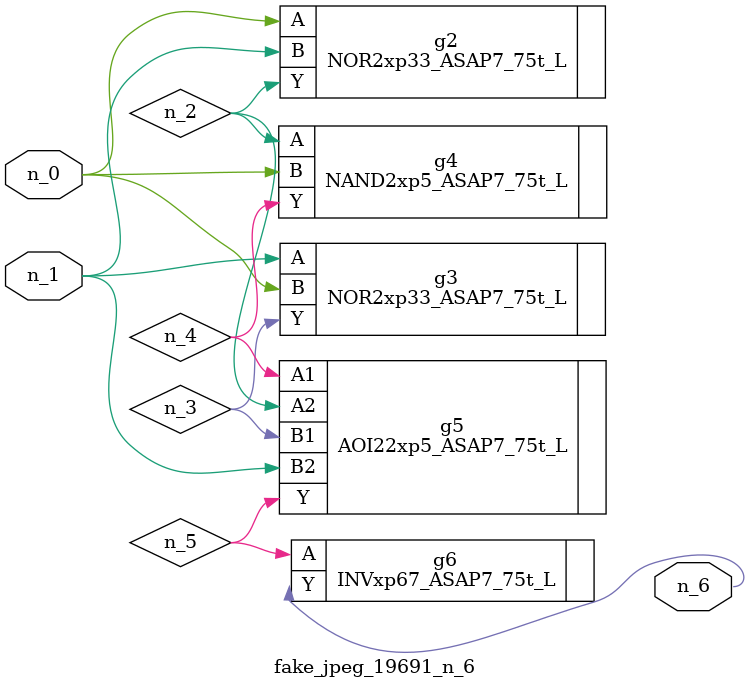
<source format=v>
module fake_jpeg_19691_n_6 (n_0, n_1, n_6);

input n_0;
input n_1;

output n_6;

wire n_3;
wire n_2;
wire n_4;
wire n_5;

NOR2xp33_ASAP7_75t_L g2 ( 
.A(n_0),
.B(n_1),
.Y(n_2)
);

NOR2xp33_ASAP7_75t_L g3 ( 
.A(n_1),
.B(n_0),
.Y(n_3)
);

NAND2xp5_ASAP7_75t_L g4 ( 
.A(n_2),
.B(n_0),
.Y(n_4)
);

AOI22xp5_ASAP7_75t_L g5 ( 
.A1(n_4),
.A2(n_2),
.B1(n_3),
.B2(n_1),
.Y(n_5)
);

INVxp67_ASAP7_75t_L g6 ( 
.A(n_5),
.Y(n_6)
);


endmodule
</source>
